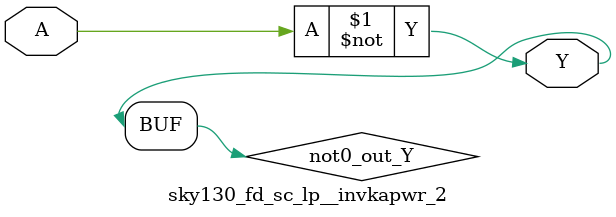
<source format=v>
/*
 * Copyright 2020 The SkyWater PDK Authors
 *
 * Licensed under the Apache License, Version 2.0 (the "License");
 * you may not use this file except in compliance with the License.
 * You may obtain a copy of the License at
 *
 *     https://www.apache.org/licenses/LICENSE-2.0
 *
 * Unless required by applicable law or agreed to in writing, software
 * distributed under the License is distributed on an "AS IS" BASIS,
 * WITHOUT WARRANTIES OR CONDITIONS OF ANY KIND, either express or implied.
 * See the License for the specific language governing permissions and
 * limitations under the License.
 *
 * SPDX-License-Identifier: Apache-2.0
*/


`ifndef SKY130_FD_SC_LP__INVKAPWR_2_FUNCTIONAL_V
`define SKY130_FD_SC_LP__INVKAPWR_2_FUNCTIONAL_V

/**
 * invkapwr: Inverter on keep-alive power rail.
 *
 * Verilog simulation functional model.
 */

`timescale 1ns / 1ps
`default_nettype none

`celldefine
module sky130_fd_sc_lp__invkapwr_2 (
    Y,
    A
);

    // Module ports
    output Y;
    input  A;

    // Local signals
    wire not0_out_Y;

    //  Name  Output      Other arguments
    not not0 (not0_out_Y, A              );
    buf buf0 (Y         , not0_out_Y     );

endmodule
`endcelldefine

`default_nettype wire
`endif  // SKY130_FD_SC_LP__INVKAPWR_2_FUNCTIONAL_V

</source>
